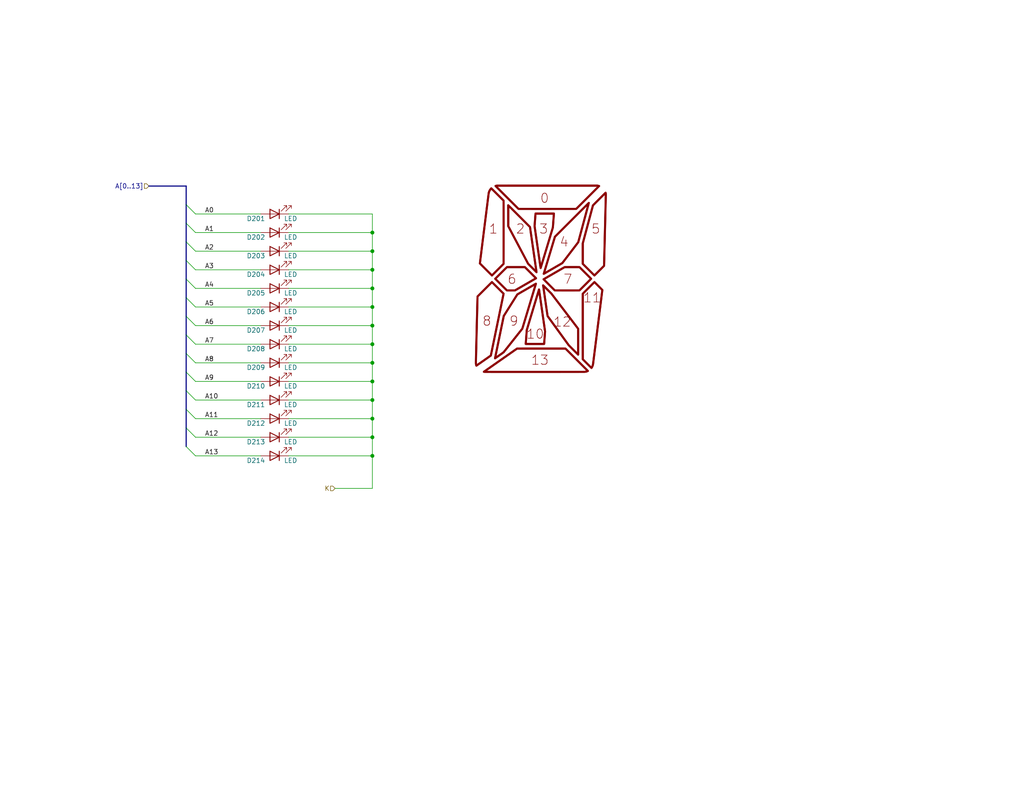
<source format=kicad_sch>
(kicad_sch (version 20211123) (generator eeschema)
  (paper "USLetter")
  (title_block (title "HP3478A LED Display") (date "2022-10-04") (rev "1.0") (company "© 2022 Sam Hanes, licensed under CERN-OHL-P v2+") (comment 1 "https://github.com/Elemecca/hp3478"))
  (lib_symbols
    (symbol "0Local:Digit_Legend_S5.0" (pin_names (offset 1.016)) (in_bom no) (on_board no)
      (symbol "Digit_Legend_S5.0_0_0"
        (text "0" (at 1.27 22.098 0) (effects (font (size 2.54 2.54))))
        (text "1" (at -12.7 13.716 0) (effects (font (size 2.54 2.54))))
        (text "10" (at -1.27 -14.986 0) (effects (font (size 2.54 2.54))))
        (text "11" (at 14.224 -5.08 0) (effects (font (size 2.54 2.54))))
        (text "12" (at 6.096 -11.684 0) (effects (font (size 2.54 2.54))))
        (text "13" (at 0 -22.098 0) (effects (font (size 2.54 2.54))))
        (text "2" (at -5.334 13.716 0) (effects (font (size 2.54 2.54))))
        (text "3" (at 1.016 13.716 0) (effects (font (size 2.54 2.54))))
        (text "4" (at 6.604 10.16 0) (effects (font (size 2.54 2.54))))
        (text "5" (at 15.24 13.716 0) (effects (font (size 2.54 2.54))))
        (text "6" (at -7.62 0 0) (effects (font (size 2.54 2.54))))
        (text "7" (at 7.62 0 0) (effects (font (size 2.54 2.54))))
        (text "8" (at -14.478 -11.43 0) (effects (font (size 2.54 2.54))))
        (text "9" (at -7.112 -11.43 0) (effects (font (size 2.54 2.54))))
      )
    )
    (symbol "Device:LED" (pin_numbers hide) (pin_names (offset 1.016) hide)
      (property "Reference" "D" (at 0 2.54 0))
      (property "Value" "LED" (at 0 -2.54 0))
      (symbol "LED_1_1"
        (pin passive line (at -3.81 0 0) (length 2.54) (name "K") (number "1"))
        (pin passive line (at 3.81 0 180) (length 2.54) (name "A") (number "2"))
      )
    )
  )
  (junction (at 101.6 63.5))
  (junction (at 101.6 124.46))
  (junction (at 101.6 88.9))
  (junction (at 101.6 99.06))
  (junction (at 101.6 114.3))
  (junction (at 101.6 104.14))
  (junction (at 101.6 73.66))
  (junction (at 101.6 83.82))
  (junction (at 101.6 109.22))
  (junction (at 101.6 119.38))
  (junction (at 101.6 93.98))
  (junction (at 101.6 78.74))
  (junction (at 101.6 68.58))
  (bus_entry (at 50.8 121.92) (size 2.54 2.54))
  (bus_entry (at 50.8 111.76) (size 2.54 2.54))
  (bus_entry (at 50.8 116.84) (size 2.54 2.54))
  (bus_entry (at 50.8 106.68) (size 2.54 2.54))
  (bus_entry (at 50.8 101.6) (size 2.54 2.54))
  (bus_entry (at 50.8 91.44) (size 2.54 2.54))
  (bus_entry (at 50.8 96.52) (size 2.54 2.54))
  (bus_entry (at 50.8 81.28) (size 2.54 2.54))
  (bus_entry (at 50.8 86.36) (size 2.54 2.54))
  (bus_entry (at 50.8 66.04) (size 2.54 2.54))
  (bus_entry (at 50.8 60.96) (size 2.54 2.54))
  (bus_entry (at 50.8 55.88) (size 2.54 2.54))
  (bus_entry (at 50.8 76.2) (size 2.54 2.54))
  (bus_entry (at 50.8 71.12) (size 2.54 2.54))
  (wire (pts (xy 101.6 119.38) (xy 101.6 124.46)))
  (wire (pts (xy 101.6 88.9) (xy 101.6 93.98)))
  (wire (pts (xy 78.74 73.66) (xy 101.6 73.66)))
  (wire (pts (xy 53.34 68.58) (xy 71.12 68.58)))
  (bus (pts (xy 50.8 106.68) (xy 50.8 101.6)))
  (wire (pts (xy 101.6 68.58) (xy 101.6 73.66)))
  (bus (pts (xy 50.8 76.2) (xy 50.8 71.12)))
  (wire (pts (xy 53.34 93.98) (xy 71.12 93.98)))
  (wire (pts (xy 78.74 78.74) (xy 101.6 78.74)))
  (wire (pts (xy 53.34 114.3) (xy 71.12 114.3)))
  (wire (pts (xy 78.74 68.58) (xy 101.6 68.58)))
  (wire (pts (xy 78.74 58.42) (xy 101.6 58.42)))
  (wire (pts (xy 78.74 114.3) (xy 101.6 114.3)))
  (bus (pts (xy 50.8 71.12) (xy 50.8 66.04)))
  (wire (pts (xy 101.6 109.22) (xy 101.6 114.3)))
  (wire (pts (xy 78.74 109.22) (xy 101.6 109.22)))
  (bus (pts (xy 50.8 101.6) (xy 50.8 96.52)))
  (wire (pts (xy 91.44 133.35) (xy 101.6 133.35)))
  (wire (pts (xy 78.74 93.98) (xy 101.6 93.98)))
  (wire (pts (xy 53.34 109.22) (xy 71.12 109.22)))
  (wire (pts (xy 101.6 58.42) (xy 101.6 63.5)))
  (wire (pts (xy 78.74 119.38) (xy 101.6 119.38)))
  (wire (pts (xy 53.34 124.46) (xy 71.12 124.46)))
  (wire (pts (xy 78.74 88.9) (xy 101.6 88.9)))
  (wire (pts (xy 53.34 63.5) (xy 71.12 63.5)))
  (bus (pts (xy 50.8 121.92) (xy 50.8 116.84)))
  (wire (pts (xy 53.34 99.06) (xy 71.12 99.06)))
  (wire (pts (xy 101.6 99.06) (xy 101.6 104.14)))
  (wire (pts (xy 101.6 104.14) (xy 101.6 109.22)))
  (wire (pts (xy 53.34 83.82) (xy 71.12 83.82)))
  (wire (pts (xy 101.6 93.98) (xy 101.6 99.06)))
  (wire (pts (xy 101.6 63.5) (xy 101.6 68.58)))
  (wire (pts (xy 53.34 119.38) (xy 71.12 119.38)))
  (bus (pts (xy 50.8 81.28) (xy 50.8 76.2)))
  (bus (pts (xy 50.8 86.36) (xy 50.8 81.28)))
  (bus (pts (xy 50.8 91.44) (xy 50.8 86.36)))
  (wire (pts (xy 78.74 104.14) (xy 101.6 104.14)))
  (bus (pts (xy 50.8 55.88) (xy 50.8 50.8)))
  (bus (pts (xy 50.8 111.76) (xy 50.8 106.68)))
  (bus (pts (xy 50.8 96.52) (xy 50.8 91.44)))
  (wire (pts (xy 78.74 99.06) (xy 101.6 99.06)))
  (wire (pts (xy 101.6 78.74) (xy 101.6 83.82)))
  (bus (pts (xy 50.8 66.04) (xy 50.8 60.96)))
  (wire (pts (xy 101.6 124.46) (xy 101.6 133.35)))
  (wire (pts (xy 78.74 83.82) (xy 101.6 83.82)))
  (wire (pts (xy 78.74 124.46) (xy 101.6 124.46)))
  (wire (pts (xy 53.34 78.74) (xy 71.12 78.74)))
  (bus (pts (xy 50.8 116.84) (xy 50.8 111.76)))
  (wire (pts (xy 101.6 83.82) (xy 101.6 88.9)))
  (wire (pts (xy 53.34 73.66) (xy 71.12 73.66)))
  (wire (pts (xy 53.34 88.9) (xy 71.12 88.9)))
  (bus (pts (xy 40.64 50.8) (xy 50.8 50.8)))
  (wire (pts (xy 101.6 73.66) (xy 101.6 78.74)))
  (wire (pts (xy 53.34 104.14) (xy 71.12 104.14)))
  (wire (pts (xy 78.74 63.5) (xy 101.6 63.5)))
  (bus (pts (xy 50.8 60.96) (xy 50.8 55.88)))
  (wire (pts (xy 101.6 114.3) (xy 101.6 119.38)))
  (wire (pts (xy 53.34 58.42) (xy 71.12 58.42)))
  (label "A0" (at 55.88 58.42 0))
  (label "A4" (at 55.88 78.74 0))
  (label "A1" (at 55.88 63.5 0))
  (label "A6" (at 55.88 88.9 0))
  (label "A3" (at 55.88 73.66 0))
  (label "A10" (at 55.88 109.22 0))
  (label "A13" (at 55.88 124.46 0))
  (label "A12" (at 55.88 119.38 0))
  (label "A8" (at 55.88 99.06 0))
  (label "A9" (at 55.88 104.14 0))
  (label "A7" (at 55.88 93.98 0))
  (label "A2" (at 55.88 68.58 0))
  (label "A5" (at 55.88 83.82 0))
  (label "A11" (at 55.88 114.3 0))
  (hierarchical_label "A[0..13]" (shape input) (at 40.64 50.8 180))
  (hierarchical_label "K" (shape input) (at 91.44 133.35 180))
  (symbol (lib_id "Device:LED") (at 74.93 88.9 180) (unit 1)
    (property "Reference" "D207" (at 72.39 90.17 0) (effects (justify left)))
    (property "Value" "LED" (at 77.47 90.17 0) (effects (justify right)))
    (property "Footprint" "0Local:LED_0402_1005Metric" (effects hide))
  )
  (symbol (lib_id "Device:LED") (at 74.93 68.58 180) (unit 1)
    (property "Reference" "D203" (at 72.39 69.85 0) (effects (justify left)))
    (property "Value" "LED" (at 77.47 69.85 0) (effects (justify right)))
    (property "Footprint" "0Local:LED_0402_1005Metric" (effects hide))
  )
  (symbol (lib_id "Device:LED") (at 74.93 93.98 180) (unit 1)
    (property "Reference" "D208" (at 72.39 95.25 0) (effects (justify left)))
    (property "Value" "LED" (at 77.47 95.25 0) (effects (justify right)))
    (property "Footprint" "0Local:LED_0402_1005Metric" (effects hide))
  )
  (symbol (lib_id "0Local:Digit_Legend_S5.0") (at 147.32 76.2 0) (unit 1) (in_bom no) (on_board no)
    (property "Reference" "#G201" (effects hide))
    (property "Value" "Digit_Legend_Large" (effects hide))
  )
  (symbol (lib_id "Device:LED") (at 74.93 104.14 180) (unit 1)
    (property "Reference" "D210" (at 72.39 105.41 0) (effects (justify left)))
    (property "Value" "LED" (at 77.47 105.41 0) (effects (justify right)))
    (property "Footprint" "0Local:LED_0402_1005Metric" (effects hide))
  )
  (symbol (lib_id "Device:LED") (at 74.93 73.66 180) (unit 1)
    (property "Reference" "D204" (at 72.39 74.93 0) (effects (justify left)))
    (property "Value" "LED" (at 77.47 74.93 0) (effects (justify right)))
    (property "Footprint" "0Local:LED_0402_1005Metric" (effects hide))
  )
  (symbol (lib_id "Device:LED") (at 74.93 119.38 180) (unit 1)
    (property "Reference" "D213" (at 72.39 120.65 0) (effects (justify left)))
    (property "Value" "LED" (at 77.47 120.65 0) (effects (justify right)))
    (property "Footprint" "0Local:LED_0402_1005Metric" (effects hide))
  )
  (symbol (lib_id "Device:LED") (at 74.93 124.46 180) (unit 1)
    (property "Reference" "D214" (at 72.39 125.73 0) (effects (justify left)))
    (property "Value" "LED" (at 77.47 125.73 0) (effects (justify right)))
    (property "Footprint" "0Local:LED_0402_1005Metric" (effects hide))
  )
  (symbol (lib_id "Device:LED") (at 74.93 114.3 180) (unit 1)
    (property "Reference" "D212" (at 72.39 115.57 0) (effects (justify left)))
    (property "Value" "LED" (at 77.47 115.57 0) (effects (justify right)))
    (property "Footprint" "0Local:LED_0402_1005Metric" (effects hide))
  )
  (symbol (lib_id "Device:LED") (at 74.93 58.42 180) (unit 1)
    (property "Reference" "D201" (at 72.39 59.69 0) (effects (justify left)))
    (property "Value" "LED" (at 77.47 59.69 0) (effects (justify right)))
    (property "Footprint" "0Local:LED_0402_1005Metric" (effects hide))
  )
  (symbol (lib_id "Device:LED") (at 74.93 83.82 180) (unit 1)
    (property "Reference" "D206" (at 72.39 85.09 0) (effects (justify left)))
    (property "Value" "LED" (at 77.47 85.09 0) (effects (justify right)))
    (property "Footprint" "0Local:LED_0402_1005Metric" (effects hide))
  )
  (symbol (lib_id "Device:LED") (at 74.93 109.22 180) (unit 1)
    (property "Reference" "D211" (at 72.39 110.49 0) (effects (justify left)))
    (property "Value" "LED" (at 77.47 110.49 0) (effects (justify right)))
    (property "Footprint" "0Local:LED_0402_1005Metric" (effects hide))
  )
  (symbol (lib_id "Device:LED") (at 74.93 78.74 180) (unit 1)
    (property "Reference" "D205" (at 72.39 80.01 0) (effects (justify left)))
    (property "Value" "LED" (at 77.47 80.01 0) (effects (justify right)))
    (property "Footprint" "0Local:LED_0402_1005Metric" (effects hide))
  )
  (symbol (lib_id "Device:LED") (at 74.93 99.06 180) (unit 1)
    (property "Reference" "D209" (at 72.39 100.33 0) (effects (justify left)))
    (property "Value" "LED" (at 77.47 100.33 0) (effects (justify right)))
    (property "Footprint" "0Local:LED_0402_1005Metric" (effects hide))
  )
  (symbol (lib_id "Device:LED") (at 74.93 63.5 180) (unit 1)
    (property "Reference" "D202" (at 72.39 64.77 0) (effects (justify left)))
    (property "Value" "LED" (at 77.47 64.77 0) (effects (justify right)))
    (property "Footprint" "0Local:LED_0402_1005Metric" (effects hide))
  )
)
</source>
